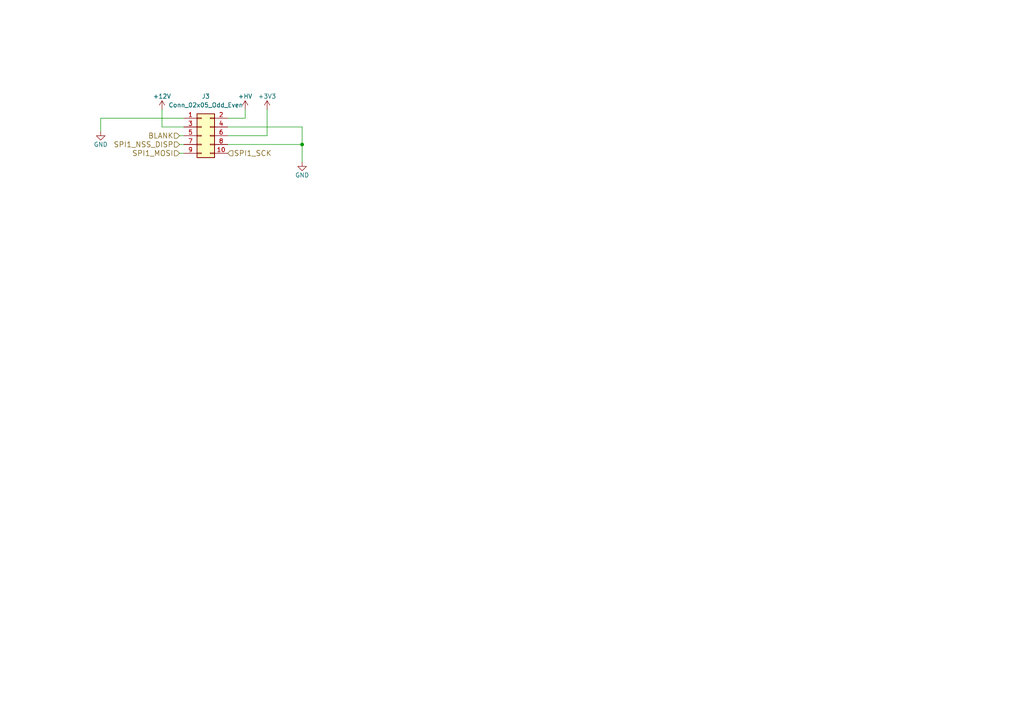
<source format=kicad_sch>
(kicad_sch (version 20230121) (generator eeschema)
  (paper "A4")
  (lib_symbols
    (symbol "Connector_Generic:Conn_02x05_Odd_Even" (pin_names (offset 1.016) hide)
      (property "Reference" "J" (at 1.27 7.62 0))
      (property "Value" "Conn_02x05_Odd_Even" (at 1.27 -7.62 0))
      (symbol "Conn_02x05_Odd_Even_1_1"
        (rectangle (start -1.27 -4.953) (end 0 -5.207) (stroke (width 0.1524)))
        (rectangle (start -1.27 -2.413) (end 0 -2.667) (stroke (width 0.1524)))
        (rectangle (start -1.27 0.127) (end 0 -0.127) (stroke (width 0.1524)))
        (rectangle (start -1.27 2.667) (end 0 2.413) (stroke (width 0.1524)))
        (rectangle (start -1.27 5.207) (end 0 4.953) (stroke (width 0.1524)))
        (rectangle (start -1.27 6.35) (end 3.81 -6.35) (stroke (width 0.254)) (fill (type background)))
        (rectangle (start 3.81 -4.953) (end 2.54 -5.207) (stroke (width 0.1524)))
        (rectangle (start 3.81 -2.413) (end 2.54 -2.667) (stroke (width 0.1524)))
        (rectangle (start 3.81 0.127) (end 2.54 -0.127) (stroke (width 0.1524)))
        (rectangle (start 3.81 2.667) (end 2.54 2.413) (stroke (width 0.1524)))
        (rectangle (start 3.81 5.207) (end 2.54 4.953) (stroke (width 0.1524)))
        (pin passive line (at -5.08 5.08 0) (length 3.81) (name "Pin_1") (number "1"))
        (pin passive line (at 7.62 -5.08 180) (length 3.81) (name "Pin_10") (number "10"))
        (pin passive line (at 7.62 5.08 180) (length 3.81) (name "Pin_2") (number "2"))
        (pin passive line (at -5.08 2.54 0) (length 3.81) (name "Pin_3") (number "3"))
        (pin passive line (at 7.62 2.54 180) (length 3.81) (name "Pin_4") (number "4"))
        (pin passive line (at -5.08 0 0) (length 3.81) (name "Pin_5") (number "5"))
        (pin passive line (at 7.62 0 180) (length 3.81) (name "Pin_6") (number "6"))
        (pin passive line (at -5.08 -2.54 0) (length 3.81) (name "Pin_7") (number "7"))
        (pin passive line (at 7.62 -2.54 180) (length 3.81) (name "Pin_8") (number "8"))
        (pin passive line (at -5.08 -5.08 0) (length 3.81) (name "Pin_9") (number "9"))
      )
    )
    (symbol "Project:+HV" (power) (pin_names (offset 0))
      (property "Value" "+HV" (at 0 3.556 0))
      (symbol "+HV_0_1"
        (polyline (pts (xy -0.762 1.27) (xy 0 2.54)))
        (polyline (pts (xy 0 0) (xy 0 2.54)))
        (polyline (pts (xy 0 2.54) (xy 0.762 1.27)))
      )
      (symbol "+HV_1_1"
        (pin power_in line (at 0 0 90) (length 0) hide (name "+HV") (number "1"))
      )
    )
    (symbol "TubeClock-rescue:+3.3V-power" (power) (pin_names (offset 0))
      (property "Value" "+3.3V-power" (at 0 3.556 0))
      (symbol "+3.3V-power_0_1"
        (polyline (pts (xy -0.762 1.27) (xy 0 2.54)))
        (polyline (pts (xy 0 0) (xy 0 2.54)))
        (polyline (pts (xy 0 2.54) (xy 0.762 1.27)))
      )
      (symbol "+3.3V-power_1_1"
        (pin power_in line (at 0 0 90) (length 0) hide (name "+3V3") (number "1"))
      )
    )
    (symbol "power:+12V" (power) (pin_names (offset 0))
      (property "Value" "+12V" (at 0 3.556 0))
      (symbol "+12V_0_1"
        (polyline (pts (xy -0.762 1.27) (xy 0 2.54)))
        (polyline (pts (xy 0 0) (xy 0 2.54)))
        (polyline (pts (xy 0 2.54) (xy 0.762 1.27)))
      )
      (symbol "+12V_1_1"
        (pin power_in line (at 0 0 90) (length 0) hide (name "+12V") (number "1"))
      )
    )
    (symbol "power:GND" (power) (pin_names (offset 0))
      (property "Value" "GND" (at 0 -3.81 0))
      (symbol "GND_0_1"
        (polyline (pts (xy 0 0) (xy 0 -1.27) (xy 1.27 -1.27) (xy 0 -2.54) (xy -1.27 -1.27) (xy 0 -1.27)))
      )
      (symbol "GND_1_1"
        (pin power_in line (at 0 0 270) (length 0) hide (name "GND") (number "1"))
      )
    )
  )
  (junction (at 87.63 41.91))
  (wire (pts (xy 29.21 34.29) (xy 29.21 38.1)))
  (wire (pts (xy 66.04 41.91) (xy 87.63 41.91)))
  (wire (pts (xy 52.07 44.45) (xy 53.34 44.45)))
  (wire (pts (xy 71.12 34.29) (xy 71.12 31.75)))
  (wire (pts (xy 66.04 34.29) (xy 71.12 34.29)))
  (wire (pts (xy 53.34 36.83) (xy 46.99 36.83)))
  (wire (pts (xy 53.34 34.29) (xy 29.21 34.29)))
  (wire (pts (xy 87.63 36.83) (xy 87.63 41.91)))
  (wire (pts (xy 52.07 39.37) (xy 53.34 39.37)))
  (wire (pts (xy 46.99 36.83) (xy 46.99 31.75)))
  (wire (pts (xy 66.04 36.83) (xy 87.63 36.83)))
  (wire (pts (xy 77.47 39.37) (xy 77.47 31.75)))
  (wire (pts (xy 87.63 41.91) (xy 87.63 46.99)))
  (wire (pts (xy 66.04 39.37) (xy 77.47 39.37)))
  (wire (pts (xy 52.07 41.91) (xy 53.34 41.91)))
  (hierarchical_label "SPI1_NSS_DISP" (shape input) (at 52.07 41.91 180) (effects (font (size 1.524 1.524))))
  (hierarchical_label "BLANK" (shape input) (at 52.07 39.37 180) (effects (font (size 1.524 1.524))))
  (hierarchical_label "SPI1_MOSI" (shape input) (at 52.07 44.45 180) (effects (font (size 1.524 1.524))))
  (hierarchical_label "SPI1_SCK" (shape input) (at 66.04 44.45 0) (effects (font (size 1.524 1.524))))
  (symbol (lib_id "power:GND") (at 87.63 46.99 0) (unit 1)
    (property "Reference" "#PWR036" (effects hide))
    (property "Value" "GND" (at 87.63 50.8 0))
    (instances (project "nixie_clock" (path "" (reference "#PWR036") (unit 1))) (project "TubeClock" (path "" (reference "#PWR051") (unit 1))))
  )
  (symbol (lib_id "power:GND") (at 29.21 38.1 0) (unit 1)
    (property "Reference" "#PWR028" (effects hide))
    (property "Value" "GND" (at 29.21 41.91 0))
    (instances (project "nixie_clock" (path "" (reference "#PWR028") (unit 1))) (project "TubeClock" (path "" (reference "#PWR050") (unit 1))))
  )
  (symbol (lib_id "TubeClock-rescue:+3.3V-power") (at 77.47 31.75 0) (unit 1)
    (property "Reference" "#PWR035" (effects hide))
    (property "Value" "+3.3V" (at 77.47 27.94 0))
    (instances (project "nixie_clock" (path "" (reference "#PWR035") (unit 1))) (project "TubeClock" (path "" (reference "#PWR049") (unit 1))))
  )
  (symbol (lib_id "Connector_Generic:Conn_02x05_Odd_Even") (at 58.42 39.37 0) (unit 1)
    (property "Reference" "J3" (at 59.69 27.94 0))
    (property "Value" "Conn_02x05_Odd_Even" (at 59.69 30.48 0))
    (property "Footprint" "Connector_PinSocket_2.54mm:PinSocket_2x05_P2.54mm_Vertical" (effects hide))
  )
  (symbol (lib_id "Project:+HV") (at 71.12 31.75 0) (unit 1)
    (property "Reference" "#PWR034" (effects hide))
    (property "Value" "+HV" (at 71.12 27.94 0))
  )
  (symbol (lib_id "power:+12V") (at 46.99 31.75 0) (unit 1)
    (property "Reference" "#PWR033" (effects hide))
    (property "Value" "+12V" (at 46.99 27.94 0))
  )
)
</source>
